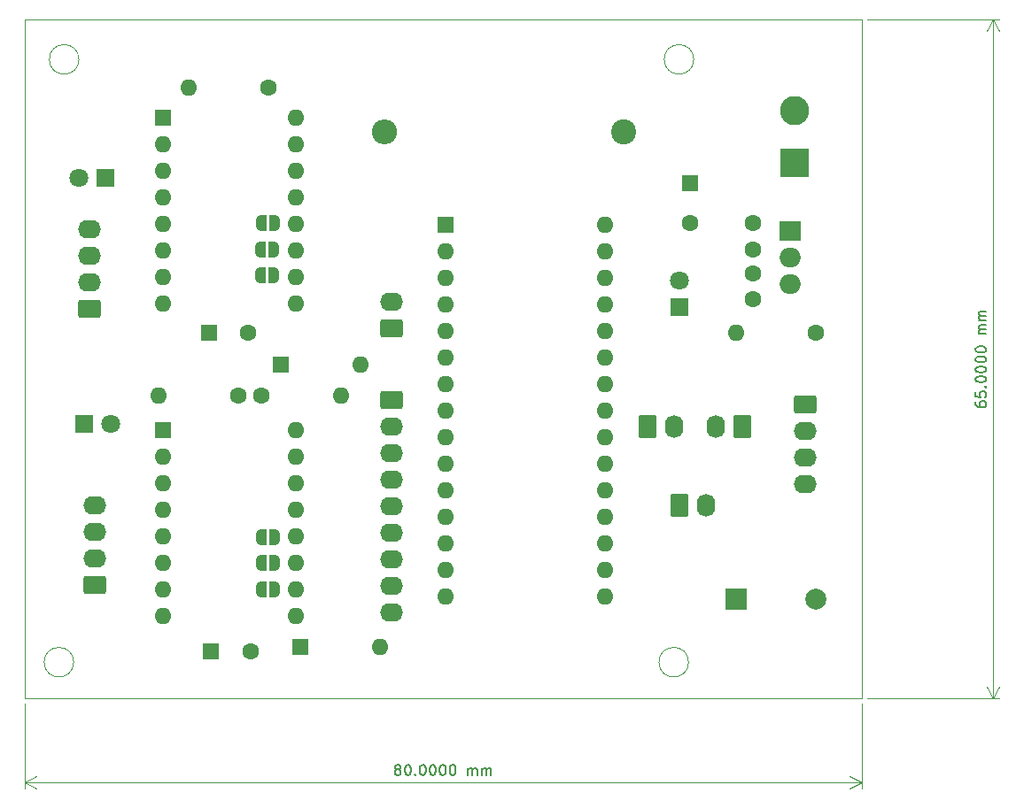
<source format=gbr>
%TF.GenerationSoftware,KiCad,Pcbnew,8.0.6*%
%TF.CreationDate,2026-01-06T07:00:52+07:00*%
%TF.ProjectId,Tesla coil winder Control board ,5465736c-6120-4636-9f69-6c2077696e64,rev?*%
%TF.SameCoordinates,Original*%
%TF.FileFunction,Soldermask,Bot*%
%TF.FilePolarity,Negative*%
%FSLAX46Y46*%
G04 Gerber Fmt 4.6, Leading zero omitted, Abs format (unit mm)*
G04 Created by KiCad (PCBNEW 8.0.6) date 2026-01-06 07:00:52*
%MOMM*%
%LPD*%
G01*
G04 APERTURE LIST*
G04 Aperture macros list*
%AMRoundRect*
0 Rectangle with rounded corners*
0 $1 Rounding radius*
0 $2 $3 $4 $5 $6 $7 $8 $9 X,Y pos of 4 corners*
0 Add a 4 corners polygon primitive as box body*
4,1,4,$2,$3,$4,$5,$6,$7,$8,$9,$2,$3,0*
0 Add four circle primitives for the rounded corners*
1,1,$1+$1,$2,$3*
1,1,$1+$1,$4,$5*
1,1,$1+$1,$6,$7*
1,1,$1+$1,$8,$9*
0 Add four rect primitives between the rounded corners*
20,1,$1+$1,$2,$3,$4,$5,0*
20,1,$1+$1,$4,$5,$6,$7,0*
20,1,$1+$1,$6,$7,$8,$9,0*
20,1,$1+$1,$8,$9,$2,$3,0*%
%AMFreePoly0*
4,1,19,0.500000,-0.750000,0.000000,-0.750000,0.000000,-0.744911,-0.071157,-0.744911,-0.207708,-0.704816,-0.327430,-0.627875,-0.420627,-0.520320,-0.479746,-0.390866,-0.500000,-0.250000,-0.500000,0.250000,-0.479746,0.390866,-0.420627,0.520320,-0.327430,0.627875,-0.207708,0.704816,-0.071157,0.744911,0.000000,0.744911,0.000000,0.750000,0.500000,0.750000,0.500000,-0.750000,0.500000,-0.750000,
$1*%
%AMFreePoly1*
4,1,19,0.000000,0.744911,0.071157,0.744911,0.207708,0.704816,0.327430,0.627875,0.420627,0.520320,0.479746,0.390866,0.500000,0.250000,0.500000,-0.250000,0.479746,-0.390866,0.420627,-0.520320,0.327430,-0.627875,0.207708,-0.704816,0.071157,-0.744911,0.000000,-0.744911,0.000000,-0.750000,-0.500000,-0.750000,-0.500000,0.750000,0.000000,0.750000,0.000000,0.744911,0.000000,0.744911,
$1*%
G04 Aperture macros list end*
%ADD10C,1.600000*%
%ADD11O,1.600000X1.600000*%
%ADD12RoundRect,0.250000X0.845000X-0.620000X0.845000X0.620000X-0.845000X0.620000X-0.845000X-0.620000X0*%
%ADD13O,2.190000X1.740000*%
%ADD14RoundRect,0.250000X0.620000X0.845000X-0.620000X0.845000X-0.620000X-0.845000X0.620000X-0.845000X0*%
%ADD15O,1.740000X2.190000*%
%ADD16R,2.000000X1.905000*%
%ADD17O,2.000000X1.905000*%
%ADD18R,2.800000X2.800000*%
%ADD19C,2.800000*%
%ADD20RoundRect,0.250000X-0.620000X-0.845000X0.620000X-0.845000X0.620000X0.845000X-0.620000X0.845000X0*%
%ADD21R,1.800000X1.800000*%
%ADD22C,1.800000*%
%ADD23R,1.600000X1.600000*%
%ADD24RoundRect,0.250000X-0.845000X0.620000X-0.845000X-0.620000X0.845000X-0.620000X0.845000X0.620000X0*%
%ADD25R,2.000000X2.000000*%
%ADD26C,2.000000*%
%ADD27C,2.400000*%
%ADD28O,2.400000X2.400000*%
%ADD29FreePoly0,0.000000*%
%ADD30FreePoly1,0.000000*%
%TA.AperFunction,Profile*%
%ADD31C,0.050000*%
%TD*%
%ADD32C,0.150000*%
G04 APERTURE END LIST*
D10*
%TO.C,C5*%
X111500000Y-42810000D03*
X111500000Y-45310000D03*
%TD*%
%TO.C,R1*%
X65223144Y-25000000D03*
D11*
X57603144Y-25000000D03*
%TD*%
D12*
%TO.C,J5*%
X48603144Y-72576856D03*
D13*
X48603144Y-70036856D03*
X48603144Y-67496856D03*
X48603144Y-64956856D03*
%TD*%
D14*
%TO.C,J7*%
X110540000Y-57500000D03*
D15*
X108000000Y-57500000D03*
%TD*%
D16*
%TO.C,U1*%
X115055000Y-38730000D03*
D17*
X115055000Y-41270000D03*
X115055000Y-43810000D03*
%TD*%
D10*
%TO.C,R4*%
X64500000Y-54500000D03*
D11*
X72120000Y-54500000D03*
%TD*%
D18*
%TO.C,J3*%
X115500000Y-32230000D03*
D19*
X115500000Y-27230000D03*
%TD*%
D20*
%TO.C,J8*%
X104460000Y-65000000D03*
D15*
X107000000Y-65000000D03*
%TD*%
D12*
%TO.C,J4*%
X48103144Y-46200000D03*
D13*
X48103144Y-43660000D03*
X48103144Y-41120000D03*
X48103144Y-38580000D03*
%TD*%
D21*
%TO.C,D2*%
X49603144Y-33696856D03*
D22*
X47063144Y-33696856D03*
%TD*%
D23*
%TO.C,A1*%
X82180000Y-38120000D03*
D11*
X82180000Y-40660000D03*
X82180000Y-43200000D03*
X82180000Y-45740000D03*
X82180000Y-48280000D03*
X82180000Y-50820000D03*
X82180000Y-53360000D03*
X82180000Y-55900000D03*
X82180000Y-58440000D03*
X82180000Y-60980000D03*
X82180000Y-63520000D03*
X82180000Y-66060000D03*
X82180000Y-68600000D03*
X82180000Y-71140000D03*
X82180000Y-73680000D03*
X97420000Y-73680000D03*
X97420000Y-71140000D03*
X97420000Y-68600000D03*
X97420000Y-66060000D03*
X97420000Y-63520000D03*
X97420000Y-60980000D03*
X97420000Y-58440000D03*
X97420000Y-55900000D03*
X97420000Y-53360000D03*
X97420000Y-50820000D03*
X97420000Y-48280000D03*
X97420000Y-45740000D03*
X97420000Y-43200000D03*
X97420000Y-40660000D03*
X97420000Y-38120000D03*
%TD*%
D23*
%TO.C,C2*%
X59500000Y-48500000D03*
D10*
X63300000Y-48500000D03*
%TD*%
%TO.C,C4*%
X111500000Y-38000000D03*
X111500000Y-40500000D03*
%TD*%
%TO.C,R3*%
X117555000Y-48500000D03*
D11*
X109935000Y-48500000D03*
%TD*%
D20*
%TO.C,J6*%
X101460000Y-57500000D03*
D15*
X104000000Y-57500000D03*
%TD*%
D10*
%TO.C,R2*%
X62310000Y-54500000D03*
D11*
X54690000Y-54500000D03*
%TD*%
D23*
%TO.C,A3*%
X55103144Y-57766856D03*
D11*
X55103144Y-60306856D03*
X55103144Y-62846856D03*
X55103144Y-65386856D03*
X55103144Y-67926856D03*
X55103144Y-70466856D03*
X55103144Y-73006856D03*
X55103144Y-75546856D03*
X67803144Y-75546856D03*
X67803144Y-73006856D03*
X67803144Y-70466856D03*
X67803144Y-67926856D03*
X67803144Y-65386856D03*
X67803144Y-62846856D03*
X67803144Y-60306856D03*
X67803144Y-57766856D03*
%TD*%
D23*
%TO.C,C1*%
X59700000Y-79000000D03*
D10*
X63500000Y-79000000D03*
%TD*%
D24*
%TO.C,J10*%
X77000000Y-54920000D03*
D13*
X77000000Y-57460000D03*
X77000000Y-60000000D03*
X77000000Y-62540000D03*
X77000000Y-65080000D03*
X77000000Y-67620000D03*
X77000000Y-70160000D03*
X77000000Y-72700000D03*
X77000000Y-75240000D03*
%TD*%
D24*
%TO.C,J2*%
X116500000Y-55380000D03*
D13*
X116500000Y-57920000D03*
X116500000Y-60460000D03*
X116500000Y-63000000D03*
%TD*%
D23*
%TO.C,A2*%
X55103144Y-27920000D03*
D11*
X55103144Y-30460000D03*
X55103144Y-33000000D03*
X55103144Y-35540000D03*
X55103144Y-38080000D03*
X55103144Y-40620000D03*
X55103144Y-43160000D03*
X55103144Y-45700000D03*
X67803144Y-45700000D03*
X67803144Y-43160000D03*
X67803144Y-40620000D03*
X67803144Y-38080000D03*
X67803144Y-35540000D03*
X67803144Y-33000000D03*
X67803144Y-30460000D03*
X67803144Y-27920000D03*
%TD*%
D25*
%TO.C,BZ1*%
X109900000Y-74000000D03*
D26*
X117500000Y-74000000D03*
%TD*%
D23*
%TO.C,C3*%
X105500000Y-34200000D03*
D10*
X105500000Y-38000000D03*
%TD*%
D23*
%TO.C,D5*%
X68303144Y-78536856D03*
D11*
X75923144Y-78536856D03*
%TD*%
D12*
%TO.C,J9*%
X77020000Y-48040000D03*
D13*
X77020000Y-45500000D03*
%TD*%
D21*
%TO.C,D1*%
X47563144Y-57196856D03*
D22*
X50103144Y-57196856D03*
%TD*%
D21*
%TO.C,D3*%
X104500000Y-46040000D03*
D22*
X104500000Y-43500000D03*
%TD*%
D27*
%TO.C,F1*%
X99200000Y-29230000D03*
D28*
X76340000Y-29230000D03*
%TD*%
D23*
%TO.C,D4*%
X66380000Y-51536856D03*
D11*
X74000000Y-51536856D03*
%TD*%
D29*
%TO.C,JP1*%
X64458949Y-42967906D03*
D30*
X65758949Y-42967906D03*
%TD*%
D29*
%TO.C,JP3*%
X64503144Y-38000000D03*
D30*
X65803144Y-38000000D03*
%TD*%
D29*
%TO.C,JP2*%
X64458949Y-40504762D03*
D30*
X65758949Y-40504762D03*
%TD*%
D29*
%TO.C,JP4*%
X64503144Y-73036856D03*
D30*
X65803144Y-73036856D03*
%TD*%
D29*
%TO.C,JP5*%
X64503144Y-70536856D03*
D30*
X65803144Y-70536856D03*
%TD*%
D29*
%TO.C,JP6*%
X64503144Y-68036856D03*
D30*
X65803144Y-68036856D03*
%TD*%
D31*
X46603145Y-80000000D02*
G75*
G02*
X43774717Y-80000000I-1414214J0D01*
G01*
X43774717Y-80000000D02*
G75*
G02*
X46603145Y-80000000I1414214J0D01*
G01*
X105868717Y-22333726D02*
G75*
G02*
X103040289Y-22333726I-1414214J0D01*
G01*
X103040289Y-22333726D02*
G75*
G02*
X105868717Y-22333726I1414214J0D01*
G01*
X41915087Y-18487449D02*
X121915087Y-18487449D01*
X121915087Y-83487449D01*
X41915087Y-83487449D01*
X41915087Y-18487449D01*
X105368717Y-80000000D02*
G75*
G02*
X102540289Y-80000000I-1414214J0D01*
G01*
X102540289Y-80000000D02*
G75*
G02*
X105368717Y-80000000I1414214J0D01*
G01*
X47103145Y-22333726D02*
G75*
G02*
X44274717Y-22333726I-1414214J0D01*
G01*
X44274717Y-22333726D02*
G75*
G02*
X47103145Y-22333726I1414214J0D01*
G01*
D32*
X77486516Y-90233389D02*
X77391278Y-90185770D01*
X77391278Y-90185770D02*
X77343659Y-90138151D01*
X77343659Y-90138151D02*
X77296040Y-90042913D01*
X77296040Y-90042913D02*
X77296040Y-89995294D01*
X77296040Y-89995294D02*
X77343659Y-89900056D01*
X77343659Y-89900056D02*
X77391278Y-89852437D01*
X77391278Y-89852437D02*
X77486516Y-89804818D01*
X77486516Y-89804818D02*
X77676992Y-89804818D01*
X77676992Y-89804818D02*
X77772230Y-89852437D01*
X77772230Y-89852437D02*
X77819849Y-89900056D01*
X77819849Y-89900056D02*
X77867468Y-89995294D01*
X77867468Y-89995294D02*
X77867468Y-90042913D01*
X77867468Y-90042913D02*
X77819849Y-90138151D01*
X77819849Y-90138151D02*
X77772230Y-90185770D01*
X77772230Y-90185770D02*
X77676992Y-90233389D01*
X77676992Y-90233389D02*
X77486516Y-90233389D01*
X77486516Y-90233389D02*
X77391278Y-90281008D01*
X77391278Y-90281008D02*
X77343659Y-90328627D01*
X77343659Y-90328627D02*
X77296040Y-90423865D01*
X77296040Y-90423865D02*
X77296040Y-90614341D01*
X77296040Y-90614341D02*
X77343659Y-90709579D01*
X77343659Y-90709579D02*
X77391278Y-90757199D01*
X77391278Y-90757199D02*
X77486516Y-90804818D01*
X77486516Y-90804818D02*
X77676992Y-90804818D01*
X77676992Y-90804818D02*
X77772230Y-90757199D01*
X77772230Y-90757199D02*
X77819849Y-90709579D01*
X77819849Y-90709579D02*
X77867468Y-90614341D01*
X77867468Y-90614341D02*
X77867468Y-90423865D01*
X77867468Y-90423865D02*
X77819849Y-90328627D01*
X77819849Y-90328627D02*
X77772230Y-90281008D01*
X77772230Y-90281008D02*
X77676992Y-90233389D01*
X78486516Y-89804818D02*
X78581754Y-89804818D01*
X78581754Y-89804818D02*
X78676992Y-89852437D01*
X78676992Y-89852437D02*
X78724611Y-89900056D01*
X78724611Y-89900056D02*
X78772230Y-89995294D01*
X78772230Y-89995294D02*
X78819849Y-90185770D01*
X78819849Y-90185770D02*
X78819849Y-90423865D01*
X78819849Y-90423865D02*
X78772230Y-90614341D01*
X78772230Y-90614341D02*
X78724611Y-90709579D01*
X78724611Y-90709579D02*
X78676992Y-90757199D01*
X78676992Y-90757199D02*
X78581754Y-90804818D01*
X78581754Y-90804818D02*
X78486516Y-90804818D01*
X78486516Y-90804818D02*
X78391278Y-90757199D01*
X78391278Y-90757199D02*
X78343659Y-90709579D01*
X78343659Y-90709579D02*
X78296040Y-90614341D01*
X78296040Y-90614341D02*
X78248421Y-90423865D01*
X78248421Y-90423865D02*
X78248421Y-90185770D01*
X78248421Y-90185770D02*
X78296040Y-89995294D01*
X78296040Y-89995294D02*
X78343659Y-89900056D01*
X78343659Y-89900056D02*
X78391278Y-89852437D01*
X78391278Y-89852437D02*
X78486516Y-89804818D01*
X79248421Y-90709579D02*
X79296040Y-90757199D01*
X79296040Y-90757199D02*
X79248421Y-90804818D01*
X79248421Y-90804818D02*
X79200802Y-90757199D01*
X79200802Y-90757199D02*
X79248421Y-90709579D01*
X79248421Y-90709579D02*
X79248421Y-90804818D01*
X79915087Y-89804818D02*
X80010325Y-89804818D01*
X80010325Y-89804818D02*
X80105563Y-89852437D01*
X80105563Y-89852437D02*
X80153182Y-89900056D01*
X80153182Y-89900056D02*
X80200801Y-89995294D01*
X80200801Y-89995294D02*
X80248420Y-90185770D01*
X80248420Y-90185770D02*
X80248420Y-90423865D01*
X80248420Y-90423865D02*
X80200801Y-90614341D01*
X80200801Y-90614341D02*
X80153182Y-90709579D01*
X80153182Y-90709579D02*
X80105563Y-90757199D01*
X80105563Y-90757199D02*
X80010325Y-90804818D01*
X80010325Y-90804818D02*
X79915087Y-90804818D01*
X79915087Y-90804818D02*
X79819849Y-90757199D01*
X79819849Y-90757199D02*
X79772230Y-90709579D01*
X79772230Y-90709579D02*
X79724611Y-90614341D01*
X79724611Y-90614341D02*
X79676992Y-90423865D01*
X79676992Y-90423865D02*
X79676992Y-90185770D01*
X79676992Y-90185770D02*
X79724611Y-89995294D01*
X79724611Y-89995294D02*
X79772230Y-89900056D01*
X79772230Y-89900056D02*
X79819849Y-89852437D01*
X79819849Y-89852437D02*
X79915087Y-89804818D01*
X80867468Y-89804818D02*
X80962706Y-89804818D01*
X80962706Y-89804818D02*
X81057944Y-89852437D01*
X81057944Y-89852437D02*
X81105563Y-89900056D01*
X81105563Y-89900056D02*
X81153182Y-89995294D01*
X81153182Y-89995294D02*
X81200801Y-90185770D01*
X81200801Y-90185770D02*
X81200801Y-90423865D01*
X81200801Y-90423865D02*
X81153182Y-90614341D01*
X81153182Y-90614341D02*
X81105563Y-90709579D01*
X81105563Y-90709579D02*
X81057944Y-90757199D01*
X81057944Y-90757199D02*
X80962706Y-90804818D01*
X80962706Y-90804818D02*
X80867468Y-90804818D01*
X80867468Y-90804818D02*
X80772230Y-90757199D01*
X80772230Y-90757199D02*
X80724611Y-90709579D01*
X80724611Y-90709579D02*
X80676992Y-90614341D01*
X80676992Y-90614341D02*
X80629373Y-90423865D01*
X80629373Y-90423865D02*
X80629373Y-90185770D01*
X80629373Y-90185770D02*
X80676992Y-89995294D01*
X80676992Y-89995294D02*
X80724611Y-89900056D01*
X80724611Y-89900056D02*
X80772230Y-89852437D01*
X80772230Y-89852437D02*
X80867468Y-89804818D01*
X81819849Y-89804818D02*
X81915087Y-89804818D01*
X81915087Y-89804818D02*
X82010325Y-89852437D01*
X82010325Y-89852437D02*
X82057944Y-89900056D01*
X82057944Y-89900056D02*
X82105563Y-89995294D01*
X82105563Y-89995294D02*
X82153182Y-90185770D01*
X82153182Y-90185770D02*
X82153182Y-90423865D01*
X82153182Y-90423865D02*
X82105563Y-90614341D01*
X82105563Y-90614341D02*
X82057944Y-90709579D01*
X82057944Y-90709579D02*
X82010325Y-90757199D01*
X82010325Y-90757199D02*
X81915087Y-90804818D01*
X81915087Y-90804818D02*
X81819849Y-90804818D01*
X81819849Y-90804818D02*
X81724611Y-90757199D01*
X81724611Y-90757199D02*
X81676992Y-90709579D01*
X81676992Y-90709579D02*
X81629373Y-90614341D01*
X81629373Y-90614341D02*
X81581754Y-90423865D01*
X81581754Y-90423865D02*
X81581754Y-90185770D01*
X81581754Y-90185770D02*
X81629373Y-89995294D01*
X81629373Y-89995294D02*
X81676992Y-89900056D01*
X81676992Y-89900056D02*
X81724611Y-89852437D01*
X81724611Y-89852437D02*
X81819849Y-89804818D01*
X82772230Y-89804818D02*
X82867468Y-89804818D01*
X82867468Y-89804818D02*
X82962706Y-89852437D01*
X82962706Y-89852437D02*
X83010325Y-89900056D01*
X83010325Y-89900056D02*
X83057944Y-89995294D01*
X83057944Y-89995294D02*
X83105563Y-90185770D01*
X83105563Y-90185770D02*
X83105563Y-90423865D01*
X83105563Y-90423865D02*
X83057944Y-90614341D01*
X83057944Y-90614341D02*
X83010325Y-90709579D01*
X83010325Y-90709579D02*
X82962706Y-90757199D01*
X82962706Y-90757199D02*
X82867468Y-90804818D01*
X82867468Y-90804818D02*
X82772230Y-90804818D01*
X82772230Y-90804818D02*
X82676992Y-90757199D01*
X82676992Y-90757199D02*
X82629373Y-90709579D01*
X82629373Y-90709579D02*
X82581754Y-90614341D01*
X82581754Y-90614341D02*
X82534135Y-90423865D01*
X82534135Y-90423865D02*
X82534135Y-90185770D01*
X82534135Y-90185770D02*
X82581754Y-89995294D01*
X82581754Y-89995294D02*
X82629373Y-89900056D01*
X82629373Y-89900056D02*
X82676992Y-89852437D01*
X82676992Y-89852437D02*
X82772230Y-89804818D01*
X84296040Y-90804818D02*
X84296040Y-90138151D01*
X84296040Y-90233389D02*
X84343659Y-90185770D01*
X84343659Y-90185770D02*
X84438897Y-90138151D01*
X84438897Y-90138151D02*
X84581754Y-90138151D01*
X84581754Y-90138151D02*
X84676992Y-90185770D01*
X84676992Y-90185770D02*
X84724611Y-90281008D01*
X84724611Y-90281008D02*
X84724611Y-90804818D01*
X84724611Y-90281008D02*
X84772230Y-90185770D01*
X84772230Y-90185770D02*
X84867468Y-90138151D01*
X84867468Y-90138151D02*
X85010325Y-90138151D01*
X85010325Y-90138151D02*
X85105564Y-90185770D01*
X85105564Y-90185770D02*
X85153183Y-90281008D01*
X85153183Y-90281008D02*
X85153183Y-90804818D01*
X85629373Y-90804818D02*
X85629373Y-90138151D01*
X85629373Y-90233389D02*
X85676992Y-90185770D01*
X85676992Y-90185770D02*
X85772230Y-90138151D01*
X85772230Y-90138151D02*
X85915087Y-90138151D01*
X85915087Y-90138151D02*
X86010325Y-90185770D01*
X86010325Y-90185770D02*
X86057944Y-90281008D01*
X86057944Y-90281008D02*
X86057944Y-90804818D01*
X86057944Y-90281008D02*
X86105563Y-90185770D01*
X86105563Y-90185770D02*
X86200801Y-90138151D01*
X86200801Y-90138151D02*
X86343658Y-90138151D01*
X86343658Y-90138151D02*
X86438897Y-90185770D01*
X86438897Y-90185770D02*
X86486516Y-90281008D01*
X86486516Y-90281008D02*
X86486516Y-90804818D01*
D31*
X41915087Y-83987449D02*
X41915087Y-92086419D01*
X121915087Y-83987449D02*
X121915087Y-92086419D01*
X41915087Y-91499999D02*
X121915087Y-91499999D01*
X41915087Y-91499999D02*
X121915087Y-91499999D01*
X41915087Y-91499999D02*
X43041591Y-90913578D01*
X41915087Y-91499999D02*
X43041591Y-92086420D01*
X121915087Y-91499999D02*
X120788583Y-92086420D01*
X121915087Y-91499999D02*
X120788583Y-90913578D01*
D32*
X132804819Y-55130305D02*
X132804819Y-55320781D01*
X132804819Y-55320781D02*
X132852438Y-55416019D01*
X132852438Y-55416019D02*
X132900057Y-55463638D01*
X132900057Y-55463638D02*
X133042914Y-55558876D01*
X133042914Y-55558876D02*
X133233390Y-55606495D01*
X133233390Y-55606495D02*
X133614342Y-55606495D01*
X133614342Y-55606495D02*
X133709580Y-55558876D01*
X133709580Y-55558876D02*
X133757200Y-55511257D01*
X133757200Y-55511257D02*
X133804819Y-55416019D01*
X133804819Y-55416019D02*
X133804819Y-55225543D01*
X133804819Y-55225543D02*
X133757200Y-55130305D01*
X133757200Y-55130305D02*
X133709580Y-55082686D01*
X133709580Y-55082686D02*
X133614342Y-55035067D01*
X133614342Y-55035067D02*
X133376247Y-55035067D01*
X133376247Y-55035067D02*
X133281009Y-55082686D01*
X133281009Y-55082686D02*
X133233390Y-55130305D01*
X133233390Y-55130305D02*
X133185771Y-55225543D01*
X133185771Y-55225543D02*
X133185771Y-55416019D01*
X133185771Y-55416019D02*
X133233390Y-55511257D01*
X133233390Y-55511257D02*
X133281009Y-55558876D01*
X133281009Y-55558876D02*
X133376247Y-55606495D01*
X132804819Y-54130305D02*
X132804819Y-54606495D01*
X132804819Y-54606495D02*
X133281009Y-54654114D01*
X133281009Y-54654114D02*
X133233390Y-54606495D01*
X133233390Y-54606495D02*
X133185771Y-54511257D01*
X133185771Y-54511257D02*
X133185771Y-54273162D01*
X133185771Y-54273162D02*
X133233390Y-54177924D01*
X133233390Y-54177924D02*
X133281009Y-54130305D01*
X133281009Y-54130305D02*
X133376247Y-54082686D01*
X133376247Y-54082686D02*
X133614342Y-54082686D01*
X133614342Y-54082686D02*
X133709580Y-54130305D01*
X133709580Y-54130305D02*
X133757200Y-54177924D01*
X133757200Y-54177924D02*
X133804819Y-54273162D01*
X133804819Y-54273162D02*
X133804819Y-54511257D01*
X133804819Y-54511257D02*
X133757200Y-54606495D01*
X133757200Y-54606495D02*
X133709580Y-54654114D01*
X133709580Y-53654114D02*
X133757200Y-53606495D01*
X133757200Y-53606495D02*
X133804819Y-53654114D01*
X133804819Y-53654114D02*
X133757200Y-53701733D01*
X133757200Y-53701733D02*
X133709580Y-53654114D01*
X133709580Y-53654114D02*
X133804819Y-53654114D01*
X132804819Y-52987448D02*
X132804819Y-52892210D01*
X132804819Y-52892210D02*
X132852438Y-52796972D01*
X132852438Y-52796972D02*
X132900057Y-52749353D01*
X132900057Y-52749353D02*
X132995295Y-52701734D01*
X132995295Y-52701734D02*
X133185771Y-52654115D01*
X133185771Y-52654115D02*
X133423866Y-52654115D01*
X133423866Y-52654115D02*
X133614342Y-52701734D01*
X133614342Y-52701734D02*
X133709580Y-52749353D01*
X133709580Y-52749353D02*
X133757200Y-52796972D01*
X133757200Y-52796972D02*
X133804819Y-52892210D01*
X133804819Y-52892210D02*
X133804819Y-52987448D01*
X133804819Y-52987448D02*
X133757200Y-53082686D01*
X133757200Y-53082686D02*
X133709580Y-53130305D01*
X133709580Y-53130305D02*
X133614342Y-53177924D01*
X133614342Y-53177924D02*
X133423866Y-53225543D01*
X133423866Y-53225543D02*
X133185771Y-53225543D01*
X133185771Y-53225543D02*
X132995295Y-53177924D01*
X132995295Y-53177924D02*
X132900057Y-53130305D01*
X132900057Y-53130305D02*
X132852438Y-53082686D01*
X132852438Y-53082686D02*
X132804819Y-52987448D01*
X132804819Y-52035067D02*
X132804819Y-51939829D01*
X132804819Y-51939829D02*
X132852438Y-51844591D01*
X132852438Y-51844591D02*
X132900057Y-51796972D01*
X132900057Y-51796972D02*
X132995295Y-51749353D01*
X132995295Y-51749353D02*
X133185771Y-51701734D01*
X133185771Y-51701734D02*
X133423866Y-51701734D01*
X133423866Y-51701734D02*
X133614342Y-51749353D01*
X133614342Y-51749353D02*
X133709580Y-51796972D01*
X133709580Y-51796972D02*
X133757200Y-51844591D01*
X133757200Y-51844591D02*
X133804819Y-51939829D01*
X133804819Y-51939829D02*
X133804819Y-52035067D01*
X133804819Y-52035067D02*
X133757200Y-52130305D01*
X133757200Y-52130305D02*
X133709580Y-52177924D01*
X133709580Y-52177924D02*
X133614342Y-52225543D01*
X133614342Y-52225543D02*
X133423866Y-52273162D01*
X133423866Y-52273162D02*
X133185771Y-52273162D01*
X133185771Y-52273162D02*
X132995295Y-52225543D01*
X132995295Y-52225543D02*
X132900057Y-52177924D01*
X132900057Y-52177924D02*
X132852438Y-52130305D01*
X132852438Y-52130305D02*
X132804819Y-52035067D01*
X132804819Y-51082686D02*
X132804819Y-50987448D01*
X132804819Y-50987448D02*
X132852438Y-50892210D01*
X132852438Y-50892210D02*
X132900057Y-50844591D01*
X132900057Y-50844591D02*
X132995295Y-50796972D01*
X132995295Y-50796972D02*
X133185771Y-50749353D01*
X133185771Y-50749353D02*
X133423866Y-50749353D01*
X133423866Y-50749353D02*
X133614342Y-50796972D01*
X133614342Y-50796972D02*
X133709580Y-50844591D01*
X133709580Y-50844591D02*
X133757200Y-50892210D01*
X133757200Y-50892210D02*
X133804819Y-50987448D01*
X133804819Y-50987448D02*
X133804819Y-51082686D01*
X133804819Y-51082686D02*
X133757200Y-51177924D01*
X133757200Y-51177924D02*
X133709580Y-51225543D01*
X133709580Y-51225543D02*
X133614342Y-51273162D01*
X133614342Y-51273162D02*
X133423866Y-51320781D01*
X133423866Y-51320781D02*
X133185771Y-51320781D01*
X133185771Y-51320781D02*
X132995295Y-51273162D01*
X132995295Y-51273162D02*
X132900057Y-51225543D01*
X132900057Y-51225543D02*
X132852438Y-51177924D01*
X132852438Y-51177924D02*
X132804819Y-51082686D01*
X132804819Y-50130305D02*
X132804819Y-50035067D01*
X132804819Y-50035067D02*
X132852438Y-49939829D01*
X132852438Y-49939829D02*
X132900057Y-49892210D01*
X132900057Y-49892210D02*
X132995295Y-49844591D01*
X132995295Y-49844591D02*
X133185771Y-49796972D01*
X133185771Y-49796972D02*
X133423866Y-49796972D01*
X133423866Y-49796972D02*
X133614342Y-49844591D01*
X133614342Y-49844591D02*
X133709580Y-49892210D01*
X133709580Y-49892210D02*
X133757200Y-49939829D01*
X133757200Y-49939829D02*
X133804819Y-50035067D01*
X133804819Y-50035067D02*
X133804819Y-50130305D01*
X133804819Y-50130305D02*
X133757200Y-50225543D01*
X133757200Y-50225543D02*
X133709580Y-50273162D01*
X133709580Y-50273162D02*
X133614342Y-50320781D01*
X133614342Y-50320781D02*
X133423866Y-50368400D01*
X133423866Y-50368400D02*
X133185771Y-50368400D01*
X133185771Y-50368400D02*
X132995295Y-50320781D01*
X132995295Y-50320781D02*
X132900057Y-50273162D01*
X132900057Y-50273162D02*
X132852438Y-50225543D01*
X132852438Y-50225543D02*
X132804819Y-50130305D01*
X133804819Y-48606495D02*
X133138152Y-48606495D01*
X133233390Y-48606495D02*
X133185771Y-48558876D01*
X133185771Y-48558876D02*
X133138152Y-48463638D01*
X133138152Y-48463638D02*
X133138152Y-48320781D01*
X133138152Y-48320781D02*
X133185771Y-48225543D01*
X133185771Y-48225543D02*
X133281009Y-48177924D01*
X133281009Y-48177924D02*
X133804819Y-48177924D01*
X133281009Y-48177924D02*
X133185771Y-48130305D01*
X133185771Y-48130305D02*
X133138152Y-48035067D01*
X133138152Y-48035067D02*
X133138152Y-47892210D01*
X133138152Y-47892210D02*
X133185771Y-47796971D01*
X133185771Y-47796971D02*
X133281009Y-47749352D01*
X133281009Y-47749352D02*
X133804819Y-47749352D01*
X133804819Y-47273162D02*
X133138152Y-47273162D01*
X133233390Y-47273162D02*
X133185771Y-47225543D01*
X133185771Y-47225543D02*
X133138152Y-47130305D01*
X133138152Y-47130305D02*
X133138152Y-46987448D01*
X133138152Y-46987448D02*
X133185771Y-46892210D01*
X133185771Y-46892210D02*
X133281009Y-46844591D01*
X133281009Y-46844591D02*
X133804819Y-46844591D01*
X133281009Y-46844591D02*
X133185771Y-46796972D01*
X133185771Y-46796972D02*
X133138152Y-46701734D01*
X133138152Y-46701734D02*
X133138152Y-46558877D01*
X133138152Y-46558877D02*
X133185771Y-46463638D01*
X133185771Y-46463638D02*
X133281009Y-46416019D01*
X133281009Y-46416019D02*
X133804819Y-46416019D01*
D31*
X122415087Y-83487449D02*
X135086420Y-83487449D01*
X122415087Y-18487449D02*
X135086420Y-18487449D01*
X134500000Y-83487449D02*
X134500000Y-18487449D01*
X134500000Y-83487449D02*
X134500000Y-18487449D01*
X134500000Y-83487449D02*
X133913579Y-82360945D01*
X134500000Y-83487449D02*
X135086421Y-82360945D01*
X134500000Y-18487449D02*
X135086421Y-19613953D01*
X134500000Y-18487449D02*
X133913579Y-19613953D01*
M02*

</source>
